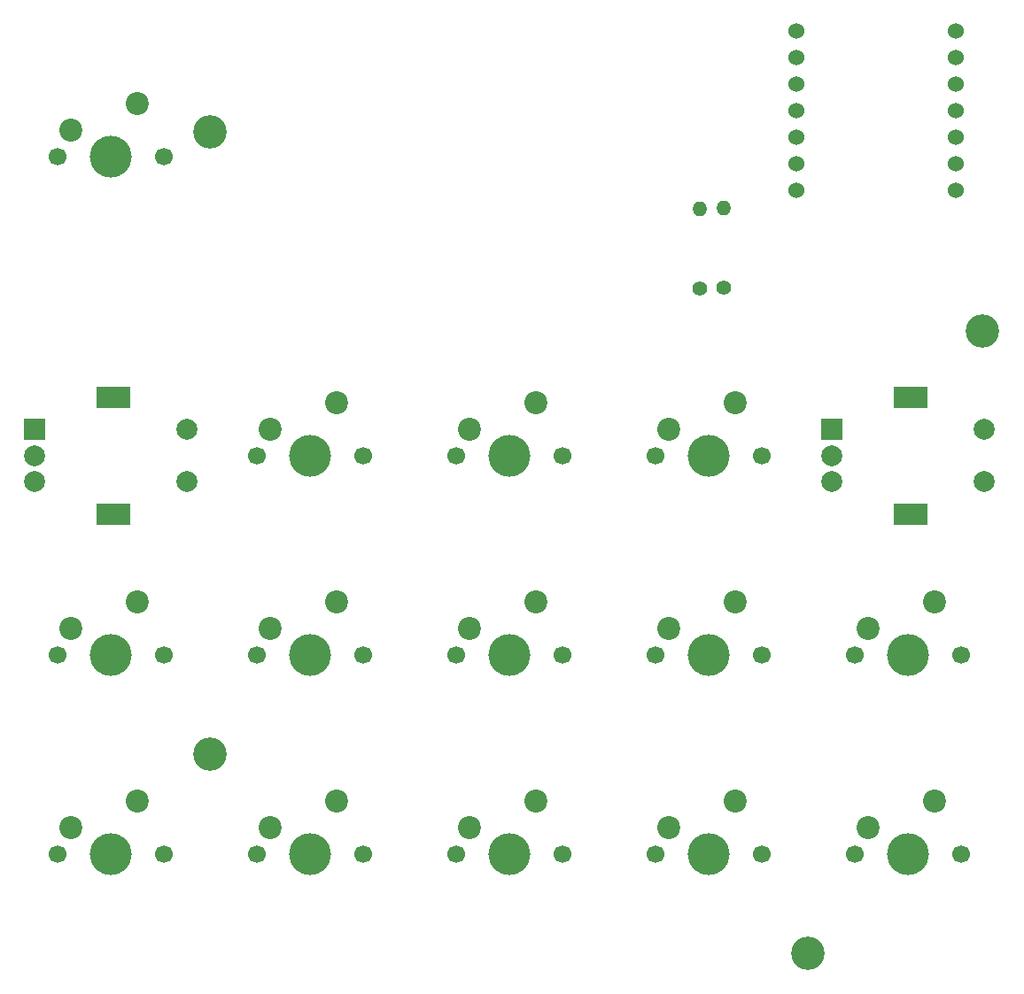
<source format=gbr>
%TF.GenerationSoftware,KiCad,Pcbnew,8.0.8*%
%TF.CreationDate,2025-02-16T20:36:26+13:00*%
%TF.ProjectId,hackpad,6861636b-7061-4642-9e6b-696361645f70,rev?*%
%TF.SameCoordinates,Original*%
%TF.FileFunction,Soldermask,Bot*%
%TF.FilePolarity,Negative*%
%FSLAX46Y46*%
G04 Gerber Fmt 4.6, Leading zero omitted, Abs format (unit mm)*
G04 Created by KiCad (PCBNEW 8.0.8) date 2025-02-16 20:36:26*
%MOMM*%
%LPD*%
G01*
G04 APERTURE LIST*
%ADD10C,1.524000*%
%ADD11C,1.400000*%
%ADD12O,1.400000X1.400000*%
%ADD13C,1.700000*%
%ADD14C,4.000000*%
%ADD15C,2.200000*%
%ADD16R,2.000000X2.000000*%
%ADD17C,2.000000*%
%ADD18R,3.200000X2.000000*%
%ADD19C,3.200000*%
G04 APERTURE END LIST*
D10*
%TO.C,U1*%
X175055200Y-49891300D03*
X175055200Y-52431300D03*
X175055200Y-54971300D03*
X175055200Y-57511300D03*
X175055200Y-60051300D03*
X175055200Y-62591300D03*
X175055200Y-65131300D03*
X190295200Y-65131300D03*
X190295200Y-62591300D03*
X190295200Y-60051300D03*
X190295200Y-57511300D03*
X190295200Y-54971300D03*
X190295200Y-52431300D03*
X190295200Y-49891300D03*
%TD*%
D11*
%TO.C,R2*%
X165820000Y-74457100D03*
D12*
X165820000Y-66837100D03*
%TD*%
D13*
%TO.C,SW6*%
X104457500Y-109537500D03*
D14*
X109537500Y-109537500D03*
D13*
X114617500Y-109537500D03*
D15*
X112077500Y-104457500D03*
X105727500Y-106997500D03*
%TD*%
D11*
%TO.C,R1*%
X168116300Y-74453700D03*
D12*
X168116300Y-66833700D03*
%TD*%
D13*
%TO.C,SW13*%
X142557500Y-128587500D03*
D14*
X147637500Y-128587500D03*
D13*
X152717500Y-128587500D03*
D15*
X150177500Y-123507500D03*
X143827500Y-126047500D03*
%TD*%
D13*
%TO.C,SW14*%
X161607500Y-128587500D03*
D14*
X166687500Y-128587500D03*
D13*
X171767500Y-128587500D03*
D15*
X169227500Y-123507500D03*
X162877500Y-126047500D03*
%TD*%
D13*
%TO.C,SW9*%
X161607500Y-109537500D03*
D14*
X166687500Y-109537500D03*
D13*
X171767500Y-109537500D03*
D15*
X169227500Y-104457500D03*
X162877500Y-106997500D03*
%TD*%
D16*
%TO.C,SW5*%
X178487500Y-87987500D03*
D17*
X178487500Y-92987500D03*
X178487500Y-90487500D03*
D18*
X185987500Y-84887500D03*
X185987500Y-96087500D03*
D17*
X192987500Y-92987500D03*
X192987500Y-87987500D03*
%TD*%
D13*
%TO.C,SW12*%
X123507500Y-128587500D03*
D14*
X128587500Y-128587500D03*
D13*
X133667500Y-128587500D03*
D15*
X131127500Y-123507500D03*
X124777500Y-126047500D03*
%TD*%
D19*
%TO.C,REF\u002A\u002A*%
X119062500Y-59531250D03*
%TD*%
D13*
%TO.C,SW3*%
X142557500Y-90498100D03*
D14*
X147637500Y-90487468D03*
D13*
X152717500Y-90498100D03*
D15*
X150177500Y-85418100D03*
X143827500Y-87958100D03*
%TD*%
D19*
%TO.C,REF\u002A\u002A*%
X119062500Y-119062500D03*
%TD*%
D13*
%TO.C,SW11*%
X104457500Y-128587500D03*
D14*
X109537500Y-128587500D03*
D13*
X114617500Y-128587500D03*
D15*
X112077500Y-123507500D03*
X105727500Y-126047500D03*
%TD*%
D19*
%TO.C,REF\u002A\u002A*%
X176212500Y-138112500D03*
%TD*%
D13*
%TO.C,SW15*%
X180657500Y-128587500D03*
D14*
X185737500Y-128587500D03*
D13*
X190817500Y-128587500D03*
D15*
X188277500Y-123507500D03*
X181927500Y-126047500D03*
%TD*%
D13*
%TO.C,SW7*%
X123507500Y-109537500D03*
D14*
X128587500Y-109537500D03*
D13*
X133667500Y-109537500D03*
D15*
X131127500Y-104457500D03*
X124777500Y-106997500D03*
%TD*%
D13*
%TO.C,SW10*%
X180657500Y-109537500D03*
D14*
X185737500Y-109537500D03*
D13*
X190817500Y-109537500D03*
D15*
X188277500Y-104457500D03*
X181927500Y-106997500D03*
%TD*%
D13*
%TO.C,SW4*%
X161607500Y-90489600D03*
D14*
X166687500Y-90487548D03*
D13*
X171767500Y-90489600D03*
D15*
X169227500Y-85409600D03*
X162877500Y-87949600D03*
%TD*%
D16*
%TO.C,SW1*%
X102287500Y-87987500D03*
D17*
X102287500Y-92987500D03*
X102287500Y-90487500D03*
D18*
X109787500Y-84887500D03*
X109787500Y-96087500D03*
D17*
X116787500Y-92987500D03*
X116787500Y-87987500D03*
%TD*%
D13*
%TO.C,SW8*%
X142557500Y-109537500D03*
D14*
X147637500Y-109537500D03*
D13*
X152717500Y-109537500D03*
D15*
X150177500Y-104457500D03*
X143827500Y-106997500D03*
%TD*%
D13*
%TO.C,SW16*%
X104457500Y-61912500D03*
D14*
X109537500Y-61912500D03*
D13*
X114617500Y-61912500D03*
D15*
X112077500Y-56832500D03*
X105727500Y-59372500D03*
%TD*%
D19*
%TO.C,REF\u002A\u002A*%
X192881250Y-78581250D03*
%TD*%
D13*
%TO.C,SW2*%
X123520000Y-90487500D03*
D14*
X128600000Y-90487500D03*
D13*
X133680000Y-90487500D03*
D15*
X131140000Y-85407500D03*
X124790000Y-87947500D03*
%TD*%
M02*

</source>
